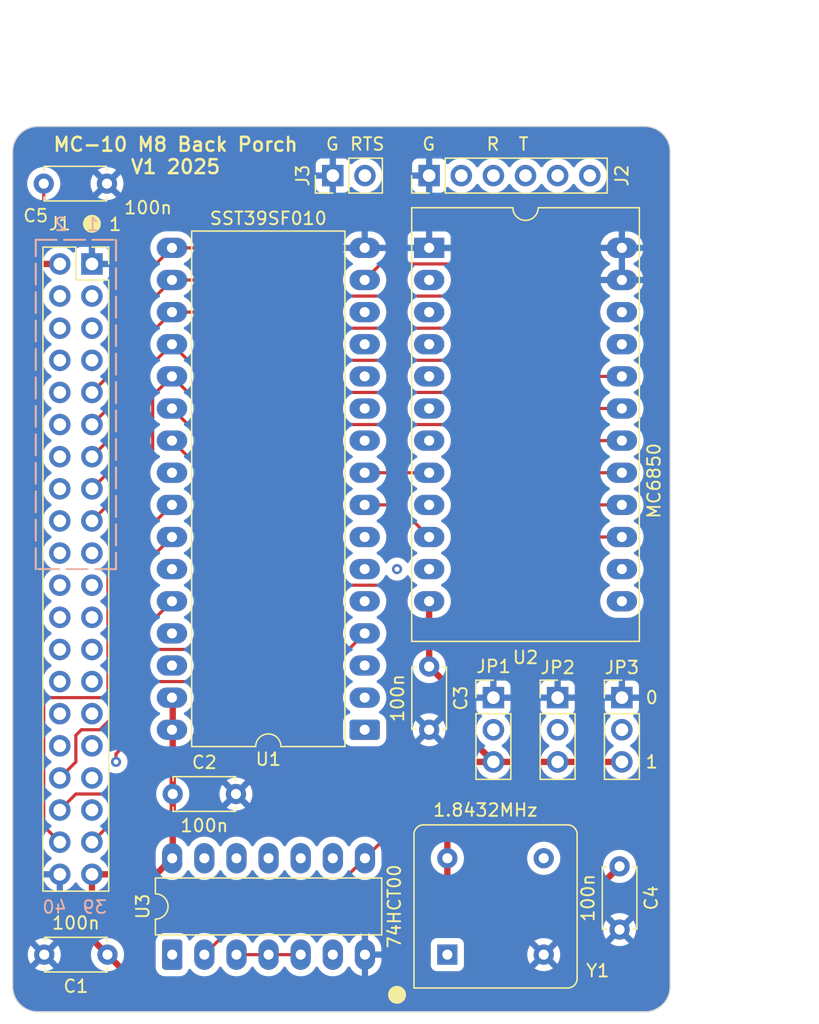
<source format=kicad_pcb>
(kicad_pcb (version 20241229) (generator "pcbnew") (generator_version "9.0")
  (title_block (title "MC-10 M8 back porch") (date "2025-09-07") (company "kw"))
  (layers (0 "F.Cu" signal) (4 "In1.Cu" signal) (6 "In2.Cu" signal) (2 "B.Cu" signal) (13 "F.Paste" user) (15 "B.Paste" user) (5 "F.SilkS" user "F.Silkscreen") (7 "B.SilkS" user "B.Silkscreen") (1 "F.Mask" user) (3 "B.Mask" user) (25 "Edge.Cuts" user))
  (net 0 "")
  (net 1 "GND")
  (net 2 "/A15")
  (net 3 "/A14")
  (net 4 "/A13")
  (net 5 "/A12")
  (net 6 "/A11")
  (net 7 "/A10")
  (net 8 "/A9")
  (net 9 "/A8")
  (net 10 "/A7")
  (net 11 "/A6")
  (net 12 "/A5")
  (net 13 "/A2")
  (net 14 "/A1")
  (net 15 "/A0")
  (net 16 "/D7")
  (net 17 "/D6")
  (net 18 "/D5")
  (net 19 "/D4")
  (net 20 "/D3")
  (net 21 "/D2")
  (net 22 "/D1")
  (net 23 "/D0")
  (net 24 "E")
  (net 25 "R{slash}W*")
  (net 26 "VCC")
  (net 27 "BSEL0*")
  (net 28 "IRQ*")
  (net 29 "DIS*")
  (net 35 "Net-(U1-CE)")
  (net 36 "Net-(U1-OE)")
  (net 37 "/RA14")
  (net 38 "Net-(U2-Rx_CLK)")
  (net 39 "/RA15")
  (net 40 "Net-(U3-Pad3)")
  (net 41 "/TXD")
  (net 42 "/RXD")
  (net 44 "/bus/BREQ")
  (net 45 "/bus/BA")
  (net 46 "/bus/Q")
  (net 47 "/bus/RES")
  (net 48 "/bus/NMI")
  (net 49 "/bus/HALT")
  (net 50 "/bus/MR")
  (net 51 "A3")
  (net 52 "A4")
  (net 53 "Net-(J3-Pin_2)")
  (net 54 "/RA16")
  (footprint "Oscillator:Oscillator_DIP-8" (layer "F.Cu") (at 109.38 130.48)
    (property "Reference" "Y1" (at 11.895 1.27 0) (layer "F.SilkS"))
    (property "Value" "1.8432MHz" (at 3.005 -11.43 0) (layer "F.SilkS"))
    (fp_line (start -2.64 -9.51) (end -2.64 2.64) (stroke (width 0.12)) (layer "F.SilkS"))
    (fp_line (start -2.64 2.64) (end 9.51 2.64) (stroke (width 0.12)) (layer "F.SilkS"))
    (fp_line (start 9.51 -10.26) (end -1.89 -10.26) (stroke (width 0.12)) (layer "F.SilkS"))
    (fp_line (start 10.26 1.89) (end 10.26 -9.51) (stroke (width 0.12)) (layer "F.SilkS"))
    (fp_arc (start -2.64 -9.51) (mid -2.42033 -10.04033) (end -1.89 -10.26) (stroke (width 0.12)) (layer "F.SilkS"))
    (fp_arc (start 9.51 -10.26) (mid 10.04033 -10.04033) (end 10.26 -9.51) (stroke (width 0.12)) (layer "F.SilkS"))
    (fp_arc (start 10.26 1.89) (mid 10.04033 2.42033) (end 9.51 2.64) (stroke (width 0.12)) (layer "F.SilkS"))
    (pad "1" thru_hole rect (at 0 0) (size 1.6 1.6) (drill 0.8) (layers "*.Cu" "*.Mask"))
    (pad "4" thru_hole circle (at 7.62 0) (size 1.6 1.6) (drill 0.8) (layers "*.Cu" "*.Mask") (net 1 "GND"))
    (pad "5" thru_hole circle (at 7.62 -7.62) (size 1.6 1.6) (drill 0.8) (layers "*.Cu" "*.Mask") (net 38 "Net-(U2-Rx_CLK)"))
    (pad "8" thru_hole circle (at 0 -7.62) (size 1.6 1.6) (drill 0.8) (layers "*.Cu" "*.Mask") (net 26 "VCC"))
  )
  (footprint "Connector_PinHeader_2.54mm:PinHeader_1x02_P2.54mm_Vertical" (layer "F.Cu") (at 100.32 68.885 90)
    (property "Reference" "J3" (at 0 -2.38 90) (layer "F.SilkS"))
    (property "Value" "Conn_01x02_Pin" (hide yes))
    (fp_line (start -1.38 -1.38) (end 0 -1.38) (stroke (width 0.12)) (layer "F.SilkS"))
    (fp_line (start -1.38 0) (end -1.38 -1.38) (stroke (width 0.12)) (layer "F.SilkS"))
    (fp_line (start 1.38 1.27) (end 1.38 3.92) (stroke (width 0.12)) (layer "F.SilkS"))
    (fp_line (start -1.38 1.27) (end 1.38 1.27) (stroke (width 0.12)) (layer "F.SilkS"))
    (fp_line (start -1.38 1.27) (end -1.38 3.92) (stroke (width 0.12)) (layer "F.SilkS"))
    (fp_line (start -1.38 3.92) (end 1.38 3.92) (stroke (width 0.12)) (layer "F.SilkS"))
    (pad "1" thru_hole rect (at 0 0 90) (size 1.7 1.7) (drill 1) (layers "*.Cu" "*.Mask") (net 1 "GND"))
    (pad "2" thru_hole circle (at 0 2.54 90) (size 1.7 1.7) (drill 1) (layers "*.Cu" "*.Mask") (net 53 "Net-(J3-Pin_2)"))
  )
  (footprint "Connector_PinHeader_2.54mm:PinHeader_1x03_P2.54mm_Vertical" (layer "F.Cu") (at 123.18 110.16)
    (property "Reference" "JP3" (at 0 -2.38 0) (layer "F.SilkS"))
    (property "Value" "Jumper_3_Bridged12" (hide yes))
    (fp_line (start -1.38 -1.38) (end 0 -1.38) (stroke (width 0.12)) (layer "F.SilkS"))
    (fp_line (start -1.38 0) (end -1.38 -1.38) (stroke (width 0.12)) (layer "F.SilkS"))
    (fp_line (start -1.38 1.27) (end -1.38 6.46) (stroke (width 0.12)) (layer "F.SilkS"))
    (fp_line (start -1.38 1.27) (end 1.38 1.27) (stroke (width 0.12)) (layer "F.SilkS"))
    (fp_line (start -1.38 6.46) (end 1.38 6.46) (stroke (width 0.12)) (layer "F.SilkS"))
    (fp_line (start 1.38 1.27) (end 1.38 6.46) (stroke (width 0.12)) (layer "F.SilkS"))
    (pad "1" thru_hole rect (at 0 0) (size 1.7 1.7) (drill 1) (layers "*.Cu" "*.Mask") (net 1 "GND"))
    (pad "2" thru_hole circle (at 0 2.54) (size 1.7 1.7) (drill 1) (layers "*.Cu" "*.Mask") (net 54 "/RA16"))
    (pad "3" thru_hole circle (at 0 5.08) (size 1.7 1.7) (drill 1) (layers "*.Cu" "*.Mask") (net 26 "VCC"))
  )
  (footprint "Capacitor_THT:C_Disc_D4.7mm_W2.5mm_P5.00mm" (layer "F.Cu") (at 82.5 130.48 180)
    (property "Reference" "C1" (at 2.5 -2.5 0) (layer "F.SilkS"))
    (property "Value" "100n" (at 2.5 2.5 0) (layer "F.SilkS"))
    (fp_line (start 4.97 1.37) (end 0.03 1.37) (stroke (width 0.12)) (layer "F.SilkS"))
    (fp_line (start 4.97 1.04) (end 4.97 1.37) (stroke (width 0.12)) (layer "F.SilkS"))
    (fp_line (start 4.97 -1.37) (end 4.97 -1.04) (stroke (width 0.12)) (layer "F.SilkS"))
    (fp_line (start 0.03 1.37) (end 0.03 1.04) (stroke (width 0.12)) (layer "F.SilkS"))
    (fp_line (start 0.03 -1.04) (end 0.03 -1.37) (stroke (width 0.12)) (layer "F.SilkS"))
    (fp_line (start 0.03 -1.37) (end 4.97 -1.37) (stroke (width 0.12)) (layer "F.SilkS"))
    (pad "1" thru_hole circle (at 0 0 180) (size 1.6 1.6) (drill 0.8) (layers "*.Cu" "*.Mask") (net 26 "VCC"))
    (pad "2" thru_hole circle (at 5 0 180) (size 1.6 1.6) (drill 0.8) (layers "*.Cu" "*.Mask") (net 1 "GND"))
  )
  (footprint "Package_DIP:DIP-32_W15.24mm_LongPads" (layer "F.Cu") (at 102.84 112.7 180)
    (property "Reference" "U1" (at 7.62 -2.33 0) (layer "F.SilkS"))
    (property "Value" "SST39SF010" (at 7.62 40.43 0) (layer "F.SilkS"))
    (fp_line (start 13.68 39.43) (end 13.68 -1.33) (stroke (width 0.12)) (layer "F.SilkS"))
    (fp_line (start 13.68 -1.33) (end 8.62 -1.33) (stroke (width 0.12)) (layer "F.SilkS"))
    (fp_line (start 6.62 -1.33) (end 1.56 -1.33) (stroke (width 0.12)) (layer "F.SilkS"))
    (fp_line (start 1.56 39.43) (end 13.68 39.43) (stroke (width 0.12)) (layer "F.SilkS"))
    (fp_line (start 1.56 -1.33) (end 1.56 39.43) (stroke (width 0.12)) (layer "F.SilkS"))
    (fp_arc (start 8.62 -1.33) (mid 7.62 -0.33) (end 6.62 -1.33) (stroke (width 0.12)) (layer "F.SilkS"))
    (pad "1" thru_hole roundrect (at 0 0 180) (size 2.4 1.6) (drill 0.8) (layers "*.Cu" "*.Mask") (roundrect_rratio 0.15625))
    (pad "2" thru_hole oval (at 0 2.54 180) (size 2.4 1.6) (drill 0.8) (layers "*.Cu" "*.Mask") (net 54 "/RA16"))
    (pad "3" thru_hole oval (at 0 5.08 180) (size 2.4 1.6) (drill 0.8) (layers "*.Cu" "*.Mask") (net 39 "/RA15"))
    (pad "4" thru_hole oval (at 0 7.62 180) (size 2.4 1.6) (drill 0.8) (layers "*.Cu" "*.Mask") (net 5 "/A12"))
    (pad "5" thru_hole oval (at 0 10.16 180) (size 2.4 1.6) (drill 0.8) (layers "*.Cu" "*.Mask") (net 10 "/A7"))
    (pad "6" thru_hole oval (at 0 12.7 180) (size 2.4 1.6) (drill 0.8) (layers "*.Cu" "*.Mask") (net 11 "/A6"))
    (pad "7" thru_hole oval (at 0 15.24 180) (size 2.4 1.6) (drill 0.8) (layers "*.Cu" "*.Mask") (net 12 "/A5"))
    (pad "8" thru_hole oval (at 0 17.78 180) (size 2.4 1.6) (drill 0.8) (layers "*.Cu" "*.Mask") (net 52 "A4"))
    (pad "9" thru_hole oval (at 0 20.32 180) (size 2.4 1.6) (drill 0.8) (layers "*.Cu" "*.Mask") (net 51 "A3"))
    (pad "10" thru_hole oval (at 0 22.86 180) (size 2.4 1.6) (drill 0.8) (layers "*.Cu" "*.Mask") (net 13 "/A2"))
    (pad "11" thru_hole oval (at 0 25.4 180) (size 2.4 1.6) (drill 0.8) (layers "*.Cu" "*.Mask") (net 14 "/A1"))
    (pad "12" thru_hole oval (at 0 27.94 180) (size 2.4 1.6) (drill 0.8) (layers "*.Cu" "*.Mask") (net 15 "/A0"))
    (pad "13" thru_hole oval (at 0 30.48 180) (size 2.4 1.6) (drill 0.8) (layers "*.Cu" "*.Mask") (net 23 "/D0"))
    (pad "14" thru_hole oval (at 0 33.02 180) (size 2.4 1.6) (drill 0.8) (layers "*.Cu" "*.Mask") (net 22 "/D1"))
    (pad "15" thru_hole oval (at 0 35.56 180) (size 2.4 1.6) (drill 0.8) (layers "*.Cu" "*.Mask") (net 21 "/D2"))
    (pad "16" thru_hole oval (at 0 38.1 180) (size 2.4 1.6) (drill 0.8) (layers "*.Cu" "*.Mask") (net 1 "GND"))
    (pad "17" thru_hole oval (at 15.24 38.1 180) (size 2.4 1.6) (drill 0.8) (layers "*.Cu" "*.Mask") (net 20 "/D3"))
    (pad "18" thru_hole oval (at 15.24 35.56 180) (size 2.4 1.6) (drill 0.8) (layers "*.Cu" "*.Mask") (net 19 "/D4"))
    (pad "19" thru_hole oval (at 15.24 33.02 180) (size 2.4 1.6) (drill 0.8) (layers "*.Cu" "*.Mask") (net 18 "/D5"))
    (pad "20" thru_hole oval (at 15.24 30.48 180) (size 2.4 1.6) (drill 0.8) (layers "*.Cu" "*.Mask") (net 17 "/D6"))
    (pad "21" thru_hole oval (at 15.24 27.94 180) (size 2.4 1.6) (drill 0.8) (layers "*.Cu" "*.Mask") (net 16 "/D7"))
    (pad "22" thru_hole oval (at 15.24 25.4 180) (size 2.4 1.6) (drill 0.8) (layers "*.Cu" "*.Mask") (net 35 "Net-(U1-CE)"))
    (pad "23" thru_hole oval (at 15.24 22.86 180) (size 2.4 1.6) (drill 0.8) (layers "*.Cu" "*.Mask") (net 7 "/A10"))
    (pad "24" thru_hole oval (at 15.24 20.32 180) (size 2.4 1.6) (drill 0.8) (layers "*.Cu" "*.Mask") (net 36 "Net-(U1-OE)"))
    (pad "25" thru_hole oval (at 15.24 17.78 180) (size 2.4 1.6) (drill 0.8) (layers "*.Cu" "*.Mask") (net 6 "/A11"))
    (pad "26" thru_hole oval (at 15.24 15.24 180) (size 2.4 1.6) (drill 0.8) (layers "*.Cu" "*.Mask") (net 8 "/A9"))
    (pad "27" thru_hole oval (at 15.24 12.7 180) (size 2.4 1.6) (drill 0.8) (layers "*.Cu" "*.Mask") (net 9 "/A8"))
    (pad "28" thru_hole oval (at 15.24 10.16 180) (size 2.4 1.6) (drill 0.8) (layers "*.Cu" "*.Mask") (net 4 "/A13"))
    (pad "29" thru_hole oval (at 15.24 7.62 180) (size 2.4 1.6) (drill 0.8) (layers "*.Cu" "*.Mask") (net 37 "/RA14"))
    (pad "30" thru_hole oval (at 15.24 5.08 180) (size 2.4 1.6) (drill 0.8) (layers "*.Cu" "*.Mask"))
    (pad "31" thru_hole oval (at 15.24 2.54 180) (size 2.4 1.6) (drill 0.8) (layers "*.Cu" "*.Mask") (net 26 "VCC"))
    (pad "32" thru_hole oval (at 15.24 0 180) (size 2.4 1.6) (drill 0.8) (layers "*.Cu" "*.Mask") (net 26 "VCC"))
  )
  (footprint "Connector_PinHeader_2.54mm:PinHeader_1x03_P2.54mm_Vertical" (layer "F.Cu") (at 118.1 110.16)
    (property "Reference" "JP2" (at 0 -2.38 0) (layer "F.SilkS"))
    (property "Value" "Jumper_3_Bridged12" (hide yes))
    (fp_line (start -1.38 -1.38) (end 0 -1.38) (stroke (width 0.12)) (layer "F.SilkS"))
    (fp_line (start -1.38 0) (end -1.38 -1.38) (stroke (width 0.12)) (layer "F.SilkS"))
    (fp_line (start -1.38 1.27) (end -1.38 6.46) (stroke (width 0.12)) (layer "F.SilkS"))
    (fp_line (start -1.38 1.27) (end 1.38 1.27) (stroke (width 0.12)) (layer "F.SilkS"))
    (fp_line (start -1.38 6.46) (end 1.38 6.46) (stroke (width 0.12)) (layer "F.SilkS"))
    (fp_line (start 1.38 1.27) (end 1.38 6.46) (stroke (width 0.12)) (layer "F.SilkS"))
    (pad "1" thru_hole rect (at 0 0) (size 1.7 1.7) (drill 1) (layers "*.Cu" "*.Mask") (net 1 "GND"))
    (pad "2" thru_hole circle (at 0 2.54) (size 1.7 1.7) (drill 1) (layers "*.Cu" "*.Mask") (net 39 "/RA15"))
    (pad "3" thru_hole circle (at 0 5.08) (size 1.7 1.7) (drill 1) (layers "*.Cu" "*.Mask") (net 26 "VCC"))
  )
  (footprint "Connector_PinSocket_2.54mm:PinSocket_2x20_P2.54mm_Vertical" (layer "F.Cu") (at 81.27 75.87)
    (property "Reference" "J1" (at -2.54 -3.175 0) (layer "F.SilkS"))
    (property "Value" "Conn_02x20_Odd_Even" (hide yes))
    (fp_line (start -3.87 -1.33) (end -3.87 49.59) (stroke (width 0.12)) (layer "F.SilkS"))
    (fp_line (start -3.87 -1.33) (end -1.27 -1.33) (stroke (width 0.12)) (layer "F.SilkS"))
    (fp_line (start -3.87 49.59) (end 1.33 49.59) (stroke (width 0.12)) (layer "F.SilkS"))
    (fp_line (start -1.27 -1.33) (end -1.27 1.27) (stroke (width 0.12)) (layer "F.SilkS"))
    (fp_line (start -1.27 1.27) (end 1.33 1.27) (stroke (width 0.12)) (layer "F.SilkS"))
    (fp_line (start 0 -1.33) (end 1.33 -1.33) (stroke (width 0.12)) (layer "F.SilkS"))
    (fp_line (start 1.33 -1.33) (end 1.33 0) (stroke (width 0.12)) (layer "F.SilkS"))
    (fp_line (start 1.33 1.27) (end 1.33 49.59) (stroke (width 0.12)) (layer "F.SilkS"))
    (pad "1" thru_hole rect (at 0 0) (size 1.7 1.7) (drill 1) (layers "*.Cu" "*.Mask") (net 1 "GND"))
    (pad "2" thru_hole oval (at -2.54 0) (size 1.7 1.7) (drill 1) (layers "*.Cu" "*.Mask") (net 26 "VCC"))
    (pad "3" thru_hole oval (at 0 2.54) (size 1.7 1.7) (drill 1) (layers "*.Cu" "*.Mask") (net 23 "/D0"))
    (pad "4" thru_hole oval (at -2.54 2.54) (size 1.7 1.7) (drill 1) (layers "*.Cu" "*.Mask") (net 15 "/A0"))
    (pad "5" thru_hole oval (at 0 5.08) (size 1.7 1.7) (drill 1) (layers "*.Cu" "*.Mask") (net 22 "/D1"))
    (pad "6" thru_hole oval (at -2.54 5.08) (size 1.7 1.7) (drill 1) (layers "*.Cu" "*.Mask") (net 14 "/A1"))
    (pad "7" thru_hole oval (at 0 7.62) (size 1.7 1.7) (drill 1) (layers "*.Cu" "*.Mask") (net 21 "/D2"))
    (pad "8" thru_hole oval (at -2.54 7.62) (size 1.7 1.7) (drill 1) (layers "*.Cu" "*.Mask") (net 13 "/A2"))
    (pad "9" thru_hole oval (at 0 10.16) (size 1.7 1.7) (drill 1) (layers "*.Cu" "*.Mask") (net 20 "/D3"))
    (pad "10" thru_hole oval (at -2.54 10.16) (size 1.7 1.7) (drill 1) (layers "*.Cu" "*.Mask") (net 51 "A3"))
    (pad "11" thru_hole oval (at 0 12.7) (size 1.7 1.7) (drill 1) (layers "*.Cu" "*.Mask") (net 19 "/D4"))
    (pad "12" thru_hole oval (at -2.54 12.7) (size 1.7 1.7) (drill 1) (layers "*.Cu" "*.Mask") (net 52 "A4"))
    (pad "13" thru_hole oval (at 0 15.24) (size 1.7 1.7) (drill 1) (layers "*.Cu" "*.Mask") (net 18 "/D5"))
    (pad "14" thru_hole oval (at -2.54 15.24) (size 1.7 1.7) (drill 1) (layers "*.Cu" "*.Mask") (net 24 "E"))
    (pad "15" thru_hole oval (at 0 17.78) (size 1.7 1.7) (drill 1) (layers "*.Cu" "*.Mask") (net 17 "/D6"))
    (pad "16" thru_hole oval (at -2.54 17.78) (size 1.7 1.7) (drill 1) (layers "*.Cu" "*.Mask") (net 25 "R{slash}W*"))
    (pad "17" thru_hole oval (at 0 20.32) (size 1.7 1.7) (drill 1) (layers "*.Cu" "*.Mask") (net 16 "/D7"))
    (pad "18" thru_hole oval (at -2.54 20.32) (size 1.7 1.7) (drill 1) (layers "*.Cu" "*.Mask") (net 47 "/bus/RES"))
    (pad "19" thru_hole oval (at 0 22.86) (size 1.7 1.7) (drill 1) (layers "*.Cu" "*.Mask") (net 27 "BSEL0*"))
    (pad "20" thru_hole oval (at -2.54 22.86) (size 1.7 1.7) (drill 1) (layers "*.Cu" "*.Mask") (net 28 "IRQ*"))
    (pad "21" thru_hole oval (at 0 25.4) (size 1.7 1.7) (drill 1) (layers "*.Cu" "*.Mask") (net 29 "DIS*"))
    (pad "22" thru_hole oval (at -2.54 25.4) (size 1.7 1.7) (drill 1) (layers "*.Cu" "*.Mask") (net 48 "/bus/NMI"))
    (pad "23" thru_hole oval (at 0 27.94) (size 1.7 1.7) (drill 1) (layers "*.Cu" "*.Mask") (net 44 "/bus/BREQ"))
    (pad "24" thru_hole oval (at -2.54 27.94) (size 1.7 1.7) (drill 1) (layers "*.Cu" "*.Mask") (net 45 "/bus/BA"))
    (pad "25" thru_hole oval (at 0 30.48) (size 1.7 1.7) (drill 1) (layers "*.Cu" "*.Mask") (net 49 "/bus/HALT"))
    (pad "26" thru_hole oval (at -2.54 30.48) (size 1.7 1.7) (drill 1) (layers "*.Cu" "*.Mask") (net 12 "/A5"))
    (pad "27" thru_hole oval (at 0 33.02) (size 1.7 1.7) (drill 1) (layers "*.Cu" "*.Mask") (net 50 "/bus/MR"))
    (pad "28" thru_hole oval (at -2.54 33.02) (size 1.7 1.7) (drill 1) (layers "*.Cu" "*.Mask") (net 11 "/A6"))
    (pad "29" thru_hole oval (at 0 35.56) (size 1.7 1.7) (drill 1) (layers "*.Cu" "*.Mask") (net 46 "/bus/Q"))
    (pad "30" thru_hole oval (at -2.54 35.56) (size 1.7 1.7) (drill 1) (layers "*.Cu" "*.Mask") (net 10 "/A7"))
    (pad "31" thru_hole oval (at 0 38.1) (size 1.7 1.7) (drill 1) (layers "*.Cu" "*.Mask") (net 2 "/A15"))
    (pad "32" thru_hole oval (at -2.54 38.1) (size 1.7 1.7) (drill 1) (layers "*.Cu" "*.Mask") (net 9 "/A8"))
    (pad "33" thru_hole oval (at 0 40.64) (size 1.7 1.7) (drill 1) (layers "*.Cu" "*.Mask") (net 3 "/A14"))
    (pad "34" thru_hole oval (at -2.54 40.64) (size 1.7 1.7) (drill 1) (layers "*.Cu" "*.Mask") (net 8 "/A9"))
    (pad "35" thru_hole oval (at 0 43.18) (size 1.7 1.7) (drill 1) (layers "*.Cu" "*.Mask") (net 4 "/A13"))
    (pad "36" thru_hole oval (at -2.54 43.18) (size 1.7 1.7) (drill 1) (layers "*.Cu" "*.Mask") (net 7 "/A10"))
    (pad "37" thru_hole oval (at 0 45.72) (size 1.7 1.7) (drill 1) (layers "*.Cu" "*.Mask") (net 5 "/A12"))
    (pad "38" thru_hole oval (at -2.54 45.72) (size 1.7 1.7) (drill 1) (layers "*.Cu" "*.Mask") (net 6 "/A11"))
    (pad "39" thru_hole oval (at 0 48.26) (size 1.7 1.7) (drill 1) (layers "*.Cu" "*.Mask") (net 26 "VCC"))
    (pad "40" thru_hole oval (at -2.54 48.26) (size 1.7 1.7) (drill 1) (layers "*.Cu" "*.Mask") (net 1 "GND"))
  )
  (footprint "Connector_PinHeader_2.54mm:PinHeader_1x03_P2.54mm_Vertical" (layer "F.Cu") (at 113.02 110.16)
    (property "Reference" "JP1" (at 0.01 -2.464 0) (layer "F.SilkS"))
    (property "Value" "Jumper_3_Bridged12" (hide yes))
    (fp_line (start -1.38 -1.38) (end 0 -1.38) (stroke (width 0.12)) (layer "F.SilkS"))
    (fp_line (start -1.38 0) (end -1.38 -1.38) (stroke (width 0.12)) (layer "F.SilkS"))
    (fp_line (start -1.38 1.27) (end -1.38 6.46) (stroke (width 0.12)) (layer "F.SilkS"))
    (fp_line (start -1.38 1.27) (end 1.38 1.27) (stroke (width 0.12)) (layer "F.SilkS"))
    (fp_line (start -1.38 6.46) (end 1.38 6.46) (stroke (width 0.12)) (layer "F.SilkS"))
    (fp_line (start 1.38 1.27) (end 1.38 6.46) (stroke (width 0.12)) (layer "F.SilkS"))
    (pad "1" thru_hole rect (at 0 0) (size 1.7 1.7) (drill 1) (layers "*.Cu" "*.Mask") (net 1 "GND"))
    (pad "2" thru_hole circle (at 0 2.54) (size 1.7 1.7) (drill 1) (layers "*.Cu" "*.Mask") (net 37 "/RA14"))
    (pad "3" thru_hole circle (at 0 5.08) (size 1.7 1.7) (drill 1) (layers "*.Cu" "*.Mask") (net 26 "VCC"))
  )
  (footprint "Package_DIP:DIP-14_W7.62mm_LongPads" (layer "F.Cu") (at 87.62 130.48 90)
    (property "Reference" "U3" (at 3.81 -2.33 90) (layer "F.SilkS"))
    (property "Value" "74HCT00" (at 3.81 17.57 90) (layer "F.SilkS"))
    (fp_line (start 6.06 -1.33) (end 4.81 -1.33) (stroke (width 0.12)) (layer "F.SilkS"))
    (fp_line (start 2.81 -1.33) (end 1.56 -1.33) (stroke (width 0.12)) (layer "F.SilkS"))
    (fp_line (start 1.56 -1.33) (end 1.56 16.57) (stroke (width 0.12)) (layer "F.SilkS"))
    (fp_line (start 6.06 16.57) (end 6.06 -1.33) (stroke (width 0.12)) (layer "F.SilkS"))
    (fp_line (start 1.56 16.57) (end 6.06 16.57) (stroke (width 0.12)) (layer "F.SilkS"))
    (fp_arc (start 4.81 -1.33) (mid 3.81 -0.33) (end 2.81 -1.33) (stroke (width 0.12)) (layer "F.SilkS"))
    (pad "1" thru_hole roundrect (at 0 0 90) (size 2.4 1.6) (drill 0.8) (layers "*.Cu" "*.Mask") (roundrect_rratio 0.15625) (net 27 "BSEL0*"))
    (pad "2" thru_hole oval (at 0 2.54 90) (size 2.4 1.6) (drill 0.8) (layers "*.Cu" "*.Mask") (net 35 "Net-(U1-CE)"))
    (pad "3" thru_hole oval (at 0 5.08 90) (size 2.4 1.6) (drill 0.8) (layers "*.Cu" "*.Mask") (net 40 "Net-(U3-Pad3)"))
    (pad "4" thru_hole oval (at 0 7.62 90) (size 2.4 1.6) (drill 0.8) (layers "*.Cu" "*.Mask") (net 40 "Net-(U3-Pad3)"))
    (pad "5" thru_hole oval (at 0 10.16 90) (size 2.4 1.6) (drill 0.8) (layers "*.Cu" "*.Mask") (net 40 "Net-(U3-Pad3)"))
    (pad "6" thru_hole oval (at 0 12.7 90) (size 2.4 1.6) (drill 0.8) (layers "*.Cu" "*.Mask") (net 29 "DIS*"))
    (pad "7" thru_hole oval (at 0 15.24 90) (size 2.4 1.6) (drill 0.8) (layers "*.Cu" "*.Mask") (net 1 "GND"))
    (pad "8" thru_hole oval (at 7.62 15.24 90) (size 2.4 1.6) (drill 0.8) (layers "*.Cu" "*.Mask") (net 35 "Net-(U1-CE)"))
    (pad "9" thru_hole oval (at 7.62 12.7 90) (size 2.4 1.6) (drill 0.8) (layers "*.Cu" "*.Mask") (net 3 "/A14"))
    (pad "10" thru_hole oval (at 7.62 10.16 90) (size 2.4 1.6) (drill 0.8) (layers "*.Cu" "*.Mask") (net 2 "/A15"))
    (pad "11" thru_hole oval (at 7.62 7.62 90) (size 2.4 1.6) (drill 0.8) (layers "*.Cu" "*.Mask") (net 36 "Net-(U1-OE)"))
    (pad "12" thru_hole oval (at 7.62 5.08 90) (size 2.4 1.6) (drill 0.8) (layers "*.Cu" "*.Mask") (net 25 "R{slash}W*"))
    (pad "13" thru_hole oval (at 7.62 2.54 90) (size 2.4 1.6) (drill 0.8) (layers "*.Cu" "*.Mask") (net 24 "E"))
    (pad "14" thru_hole oval (at 7.62 0 90) (size 2.4 1.6) (drill 0.8) (layers "*.Cu" "*.Mask") (net 26 "VCC"))
  )
  (footprint "Capacitor_THT:C_Disc_D4.7mm_W2.5mm_P5.00mm" (layer "F.Cu") (at 123 123.5 -90)
    (property "Reference" "C4" (at 2.5 -2.5 90) (layer "F.SilkS"))
    (property "Value" "100n" (at 2.5 2.5 90) (layer "F.SilkS"))
    (fp_line (start 0.03 1.37) (end 0.03 1.04) (stroke (width 0.12)) (layer "F.SilkS"))
    (fp_line (start 4.97 1.37) (end 0.03 1.37) (stroke (width 0.12)) (layer "F.SilkS"))
    (fp_line (start 4.97 1.04) (end 4.97 1.37) (stroke (width 0.12)) (layer "F.SilkS"))
    (fp_line (start 0.03 -1.04) (end 0.03 -1.37) (stroke (width 0.12)) (layer "F.SilkS"))
    (fp_line (start 0.03 -1.37) (end 4.97 -1.37) (stroke (width 0.12)) (layer "F.SilkS"))
    (fp_line (start 4.97 -1.37) (end 4.97 -1.04) (stroke (width 0.12)) (layer "F.SilkS"))
    (pad "1" thru_hole circle (at 0 0 270) (size 1.6 1.6) (drill 0.8) (layers "*.Cu" "*.Mask") (net 26 "VCC"))
    (pad "2" thru_hole circle (at 5 0 270) (size 1.6 1.6) (drill 0.8) (layers "*.Cu" "*.Mask") (net 1 "GND"))
  )
  (footprint "Capacitor_THT:C_Disc_D4.7mm_W2.5mm_P5.00mm" (layer "F.Cu") (at 77.46 69.52)
    (property "Reference" "C5" (at -0.635 2.54 0) (layer "F.SilkS"))
    (property "Value" "100n" (at 8.255 1.905 0) (layer "F.SilkS"))
    (fp_line (start 0.03 -1.37) (end 4.97 -1.37) (stroke (width 0.12)) (layer "F.SilkS"))
    (fp_line (start 0.03 -1.04) (end 0.03 -1.37) (stroke (width 0.12)) (layer "F.SilkS"))
    (fp_line (start 0.03 1.37) (end 0.03 1.04) (stroke (width 0.12)) (layer "F.SilkS"))
    (fp_line (start 4.97 -1.37) (end 4.97 -1.04) (stroke (width 0.12)) (layer "F.SilkS"))
    (fp_line (start 4.97 1.04) (end 4.97 1.37) (stroke (width 0.12)) (layer "F.SilkS"))
    (fp_line (start 4.97 1.37) (end 0.03 1.37) (stroke (width 0.12)) (layer "F.SilkS"))
    (pad "1" thru_hole circle (at 0 0) (size 1.6 1.6) (drill 0.8) (layers "*.Cu" "*.Mask") (net 26 "VCC"))
    (pad "2" thru_hole circle (at 5 0) (size 1.6 1.6) (drill 0.8) (layers "*.Cu" "*.Mask") (net 1 "GND"))
  )
  (footprint "Capacitor_THT:C_Disc_D4.7mm_W2.5mm_P5.00mm" (layer "F.Cu") (at 107.94 107.7 -90)
    (property "Reference" "C3" (at 2.5 -2.5 90) (layer "F.SilkS"))
    (property "Value" "100n" (at 2.5 2.5 90) (layer "F.SilkS"))
    (fp_line (start 0.03 1.37) (end 0.03 1.04) (stroke (width 0.12)) (layer "F.SilkS"))
    (fp_line (start 4.97 1.37) (end 0.03 1.37) (stroke (width 0.12)) (layer "F.SilkS"))
    (fp_line (start 4.97 1.04) (end 4.97 1.37) (stroke (width 0.12)) (layer "F.SilkS"))
    (fp_line (start 0.03 -1.04) (end 0.03 -1.37) (stroke (width 0.12)) (layer "F.SilkS"))
    (fp_line (start 0.03 -1.37) (end 4.97 -1.37) (stroke (width 0.12)) (layer "F.SilkS"))
    (fp_line (start 4.97 -1.37) (end 4.97 -1.04) (stroke (width 0.12)) (layer "F.SilkS"))
    (pad "1" thru_hole circle (at 0 0 270) (size 1.6 1.6) (drill 0.8) (layers "*.Cu" "*.Mask") (net 26 "VCC"))
    (pad "2" thru_hole circle (at 5 0 270) (size 1.6 1.6) (drill 0.8) (layers "*.Cu" "*.Mask") (net 1 "GND"))
  )
  (footprint "Capacitor_THT:C_Disc_D4.7mm_W2.5mm_P5.00mm" (layer "F.Cu") (at 87.66 117.78)
    (property "Reference" "C2" (at 2.5 -2.5 0) (layer "F.SilkS"))
    (property "Value" "100n" (at 2.5 2.5 0) (layer "F.SilkS"))
    (fp_line (start 0.03 -1.37) (end 4.97 -1.37) (stroke (width 0.12)) (layer "F.SilkS"))
    (fp_line (start 0.03 -1.04) (end 0.03 -1.37) (stroke (width 0.12)) (layer "F.SilkS"))
    (fp_line (start 0.03 1.37) (end 0.03 1.04) (stroke (width 0.12)) (layer "F.SilkS"))
    (fp_line (start 4.97 -1.37) (end 4.97 -1.04) (stroke (width 0.12)) (layer "F.SilkS"))
    (fp_line (start 4.97 1.04) (end 4.97 1.37) (stroke (width 0.12)) (layer "F.SilkS"))
    (fp_line (start 4.97 1.37) (end 0.03 1.37) (stroke (width 0.12)) (layer "F.SilkS"))
    (pad "1" thru_hole circle (at 0 0) (size 1.6 1.6) (drill 0.8) (layers "*.Cu" "*.Mask") (net 26 "VCC"))
    (pad "2" thru_hole circle (at 5 0) (size 1.6 1.6) (drill 0.8) (layers "*.Cu" "*.Mask") (net 1 "GND"))
  )
  (footprint "Package_DIP:DIP-24_18.0mmx34.29mm_W15.24mm_LongPads" (layer "F.Cu") (at 107.94 74.6)
    (property "Reference" "U2" (at 7.62 32.385 0) (layer "F.SilkS"))
    (property "Value" "MC6850" (at 17.78 18.415 90) (layer "F.SilkS"))
    (fp_line (start -1.38 -3.175) (end -1.38 31.115) (stroke (width 0.12)) (layer "F.SilkS"))
    (fp_line (start -1.38 31.115) (end 16.62 31.115) (stroke (width 0.12)) (layer "F.SilkS"))
    (fp_line (start 6.62 -3.175) (end -1.38 -3.175) (stroke (width 0.12)) (layer "F.SilkS"))
    (fp_line (start 16.62 -3.175) (end 8.62 -3.175) (stroke (width 0.12)) (layer "F.SilkS"))
    (fp_line (start 16.62 31.115) (end 16.62 -3.175) (stroke (width 0.12)) (layer "F.SilkS"))
    (fp_arc (start 8.62 -3.175) (mid 7.62 -2.175) (end 6.62 -3.175) (stroke (width 0.12)) (layer "F.SilkS"))
    (pad "1" thru_hole rect (at 0 0) (size 2.4 1.6) (drill 0.8) (layers "*.Cu" "*.Mask") (net 1 "GND"))
    (pad "2" thru_hole oval (at 0 2.54) (size 2.4 1.6) (drill 0.8) (layers "*.Cu" "*.Mask") (net 42 "/RXD"))
    (pad "3" thru_hole oval (at 0 5.08) (size 2.4 1.6) (drill 0.8) (layers "*.Cu" "*.Mask") (net 38 "Net-(U2-Rx_CLK)"))
    (pad "4" thru_hole oval (at 0 7.62) (size 2.4 1.6) (drill 0.8) (layers "*.Cu" "*.Mask") (net 38 "Net-(U2-Rx_CLK)"))
    (pad "5" thru_hole oval (at 0 10.16) (size 2.4 1.6) (drill 0.8) (layers "*.Cu" "*.Mask") (net 53 "Net-(J3-Pin_2)"))
    (pad "6" thru_hole oval (at 0 12.7) (size 2.4 1.6) (drill 0.8) (layers "*.Cu" "*.Mask") (net 41 "/TXD"))
    (pad "7" thru_hole oval (at 0 15.24) (size 2.4 1.6) (drill 0.8) (layers "*.Cu" "*.Mask") (net 28 "IRQ*"))
    (pad "8" thru_hole oval (at 0 17.78) (size 2.4 1.6) (drill 0.8) (layers "*.Cu" "*.Mask") (net 51 "A3"))
    (pad "9" thru_hole oval (at 0 20.32) (size 2.4 1.6) (drill 0.8) (layers "*.Cu" "*.Mask") (net 27 "BSEL0*"))
    (pad "10" thru_hole oval (at 0 22.86) (size 2.4 1.6) (drill 0.8) (layers "*.Cu" "*.Mask") (net 52 "A4"))
    (pad "11" thru_hole oval (at 0 25.4) (size 2.4 1.6) (drill 0.8) (layers "*.Cu" "*.Mask") (net 15 "/A0"))
    (pad "12" thru_hole oval (at 0 27.94) (size 2.4 1.6) (drill 0.8) (layers "*.Cu" "*.Mask") (net 26 "VCC"))
    (pad "13" thru_hole oval (at 15.24 27.94) (size 2.4 1.6) (drill 0.8) (layers "*.Cu" "*.Mask") (net 25 "R{slash}W*"))
    (pad "14" thru_hole oval (at 15.24 25.4) (size 2.4 1.6) (drill 0.8) (layers "*.Cu" "*.Mask") (net 24 "E"))
    (pad "15" thru_hole oval (at 15.24 22.86) (size 2.4 1.6) (drill 0.8) (layers "*.Cu" "*.Mask") (net 16 "/D7"))
    (pad "16" thru_hole oval (at 15.24 20.32) (size 2.4 1.6) (drill 0.8) (layers "*.Cu" "*.Mask") (net 17 "/D6"))
    (pad "17" thru_hole oval (at 15.24 17.78) (size 2.4 1.6) (drill 0.8) (layers "*.Cu" "*.Mask") (net 18 "/D5"))
    (pad "18" thru_hole oval (at 15.24 15.24) (size 2.4 1.6) (drill 0.8) (layers "*.Cu" "*.Mask") (net 19 "/D4"))
    (pad "19" thru_hole oval (at 15.24 12.7) (size 2.4 1.6) (drill 0.8) (layers "*.Cu" "*.Mask") (net 20 "/D3"))
    (pad "20" thru_hole oval (at 15.24 10.16) (size 2.4 1.6) (drill 0.8) (layers "*.Cu" "*.Mask") (net 21 "/D2"))
    (pad "21" thru_hole oval (at 15.24 7.62) (size 2.4 1.6) (drill 0.8) (layers "*.Cu" "*.Mask") (net 22 "/D1"))
    (pad "22" thru_hole oval (at 15.24 5.08) (size 2.4 1.6) (drill 0.8) (layers "*.Cu" "*.Mask") (net 23 "/D0"))
    (pad "23" thru_hole oval (at 15.24 2.54) (size 2.4 1.6) (drill 0.8) (layers "*.Cu" "*.Mask") (net 1 "GND"))
    (pad "24" thru_hole oval (at 15.24 0) (size 2.4 1.6) (drill 0.8) (layers "*.Cu" "*.Mask") (net 1 "GND"))
  )
  (footprint "Connector_PinHeader_2.54mm:PinHeader_1x06_P2.54mm_Vertical" (layer "F.Cu") (at 107.94 68.885 90)
    (property "Reference" "J2" (at 0 15.24 90) (layer "F.SilkS"))
    (property "Value" "Conn_01x06_Pin" (hide yes))
    (fp_line (start -1.38 -1.38) (end 0 -1.38) (stroke (width 0.12)) (layer "F.SilkS"))
    (fp_line (start -1.38 0) (end -1.38 -1.38) (stroke (width 0.12)) (layer "F.SilkS"))
    (fp_line (start 1.38 1.27) (end 1.38 14.08) (stroke (width 0.12)) (layer "F.SilkS"))
    (fp_line (start -1.38 1.27) (end 1.38 1.27) (stroke (width 0.12)) (layer "F.SilkS"))
    (fp_line (start -1.38 1.27) (end -1.38 14.08) (stroke (width 0.12)) (layer "F.SilkS"))
    (fp_line (start -1.38 14.08) (end 1.38 14.08) (stroke (width 0.12)) (layer "F.SilkS"))
    (pad "1" thru_hole rect (at 0 0 90) (size 1.7 1.7) (drill 1) (layers "*.Cu" "*.Mask") (net 1 "GND"))
    (pad "2" thru_hole circle (at 0 2.54 90) (size 1.7 1.7) (drill 1) (layers "*.Cu" "*.Mask"))
    (pad "3" thru_hole circle (at 0 5.08 90) (size 1.7 1.7) (drill 1) (layers "*.Cu" "*.Mask") (net 42 "/RXD"))
    (pad "4" thru_hole circle (at 0 7.62 90) (size 1.7 1.7) (drill 1) (layers "*.Cu" "*.Mask") (net 41 "/TXD"))
    (pad "5" thru_hole circle (at 0 10.16 90) (size 1.7 1.7) (drill 1) (layers "*.Cu" "*.Mask"))
    (pad "6" thru_hole circle (at 0 12.7 90) (size 1.7 1.7) (drill 1) (layers "*.Cu" "*.Mask"))
  )
  (gr_circle (center 105.4 133.655) (end 106.035 133.655) (stroke (width 0.15)) (fill yes) (layer "F.SilkS"))
  (gr_circle (center 81.27 72.695) (end 81.905 72.695) (stroke (width 0.15)) (fill yes) (layer "F.SilkS"))
  (gr_rect (start 76.825 73.965) (end 83.175 100) (stroke (width 0.15) (type dash)) (fill no) (layer "F.SilkS"))
  (gr_rect (start 76.825 73.965) (end 83.175 100) (stroke (width 0.15) (type dash)) (fill no) (layer "B.SilkS"))
  (gr_arc (start 75 67) (mid 75.585786 65.585786) (end 77 65) (stroke (width 0.1)) (layer "Edge.Cuts"))
  (gr_line (start 127 67) (end 127 133) (stroke (width 0.1)) (layer "Edge.Cuts"))
  (gr_line (start 77 135) (end 125 135) (stroke (width 0.1)) (layer "Edge.Cuts"))
  (gr_arc (start 127 133) (mid 126.414214 134.414214) (end 125 135) (stroke (width 0.1)) (layer "Edge.Cuts"))
  (gr_line (start 77 65) (end 125 65) (stroke (width 0.1)) (layer "Edge.Cuts"))
  (gr_arc (start 77 135) (mid 75.585786 134.414214) (end 75 133) (stroke (width 0.1)) (layer "Edge.Cuts"))
  (gr_line (start 75 133) (end 75 67) (stroke (width 0.1)) (layer "Edge.Cuts"))
  (gr_arc (start 125 65) (mid 126.414214 65.585786) (end 127 67) (stroke (width 0.1)) (layer "Edge.Cuts"))
  (gr_text "1" (at 124.968 115.824 0) (layer "F.SilkS") (effects (font (size 1 1)) (justify left bottom)))
  (gr_text "0" (at 124.968 110.744 0) (layer "F.SilkS") (effects (font (size 1 1)) (justify left bottom)))
  (gr_text "RTS" (at 101.59 66.98 0) (layer "F.SilkS") (effects (font (size 1 1)) (justify left bottom)))
  (gr_text "R" (at 112.385 66.98 0) (layer "F.SilkS") (effects (font (size 1 1)) (justify left bottom)))
  (gr_text "MC-10 M8 Back Porch\nV1 2025" (at 87.884 68.834 0) (layer "F.SilkS") (effects (font (size 1.1 1.1) (thickness 0.2)) (justify bottom)))
  (gr_text "G" (at 107.305 66.98 0) (layer "F.SilkS") (effects (font (size 1 1)) (justify left bottom)))
  (gr_text "1" (at 82.54 73.33 0) (layer "F.SilkS") (effects (font (size 1 1)) (justify left bottom)))
  (gr_text "T" (at 114.925 66.98 0) (layer "F.SilkS") (effects (font (size 1 1)) (justify left bottom)))
  (gr_text "G" (at 99.685 66.98 0) (layer "F.SilkS") (effects (font (size 1 1)) (justify left bottom)))
  (gr_text "1" (at 81.905 73.33 0) (layer "B.SilkS") (effects (font (size 1 1)) (justify left bottom mirror)))
  (gr_text "40" (at 79.365 127.305 0) (layer "B.SilkS") (effects (font (size 1 1)) (justify left bottom mirror)))
  (gr_text "39" (at 82.54 127.305 0) (layer "B.SilkS") (effects (font (size 1 1)) (justify left bottom mirror)))
  (gr_text "2" (at 79.365 73.33 0) (layer "B.SilkS") (effects (font (size 1 1)) (justify left bottom mirror)))
  (segment (start 84.445 113.335) (end 84.445 105.695) (width 0.25) (layer "F.Cu") (net 4))
  (segment (start 83.175 114.605) (end 84.445 113.335) (width 0.25) (layer "F.Cu") (net 4))
  (segment (start 84.445 105.695) (end 87.6 102.54) (width 0.25) (layer "F.Cu") (net 4))
  (segment (start 83.175 115.24) (end 83.175 114.605) (width 0.25) (layer "F.Cu") (net 4))
  (via (at 83.175 115.24) (size 0.8) (drill 0.4) (layers "F.Cu" "B.Cu") (net 4))
  (segment (start 86.296298 108.89) (end 99.03 108.89) (width 0.25) (layer "F.Cu") (net 5))
  (segment (start 85.715 109.471298) (end 86.296298 108.89) (width 0.25) (layer "F.Cu") (net 5))
  (segment (start 85.715 117.145) (end 85.715 109.471298) (width 0.25) (layer "F.Cu") (net 5))
  (segment (start 99.03 108.89) (end 102.84 105.08) (width 0.25) (layer "F.Cu") (net 5))
  (segment (start 81.27 121.59) (end 85.715 117.145) (width 0.25) (layer "F.Cu") (net 5))
  (segment (start 87.6 94.92) (end 82.54 99.98) (width 0.25) (layer "F.Cu") (net 6))
  (segment (start 77.46 110.598442) (end 77.46 120.32) (width 0.25) (layer "F.Cu") (net 6))
  (segment (start 82.54 109.721558) (end 82.101558 110.16) (width 0.25) (layer "F.Cu") (net 6))
  (segment (start 77.898442 110.16) (end 77.46 110.598442) (width 0.25) (layer "F.Cu") (net 6))
  (segment (start 82.101558 110.16) (end 77.898442 110.16) (width 0.25) (layer "F.Cu") (net 6))
  (segment (start 77.46 120.32) (end 78.73 121.59) (width 0.25) (layer "F.Cu") (net 6))
  (segment (start 82.54 99.98) (end 82.54 109.721558) (width 0.25) (layer "F.Cu") (net 6))
  (segment (start 88.923702 106.35) (end 90.16 105.113702) (width 0.25) (layer "F.Cu") (net 7))
  (segment (start 86.35 106.35) (end 88.923702 106.35) (width 0.25) (layer "F.Cu") (net 7))
  (segment (start 90.16 105.113702) (end 90.16 92.4) (width 0.25) (layer "F.Cu") (net 7))
  (segment (start 78.73 119.05) (end 80 117.78) (width 0.25) (layer "F.Cu") (net 7))
  (segment (start 80 117.78) (end 82.54 117.78) (width 0.25) (layer "F.Cu") (net 7))
  (segment (start 85.08 107.62) (end 86.35 106.35) (width 0.25) (layer "F.Cu") (net 7))
  (segment (start 82.54 117.78) (end 85.08 115.24) (width 0.25) (layer "F.Cu") (net 7))
  (segment (start 85.08 115.24) (end 85.08 107.62) (width 0.25) (layer "F.Cu") (net 7))
  (segment (start 90.16 92.4) (end 87.6 89.84) (width 0.25) (layer "F.Cu") (net 7))
  (segment (start 80.438442 112.7) (end 81.905 112.7) (width 0.25) (layer "F.Cu") (net 8))
  (segment (start 83.81 101.25) (end 87.6 97.46) (width 0.25) (layer "F.Cu") (net 8))
  (segment (start 81.905 112.7) (end 83.81 110.795) (width 0.25) (layer "F.Cu") (net 8))
  (segment (start 80 113.138442) (end 80.438442 112.7) (width 0.25) (layer "F.Cu") (net 8))
  (segment (start 78.73 116.51) (end 80 115.24) (width 0.25) (layer "F.Cu") (net 8))
  (segment (start 80 115.24) (end 80 113.138442) (width 0.25) (layer "F.Cu") (net 8))
  (segment (start 83.81 110.795) (end 83.81 101.25) (width 0.25) (layer "F.Cu") (net 8))
  (segment (start 91.41 88.57) (end 87.6 84.76) (width 0.25) (layer "F.Cu") (net 16))
  (segment (start 123.18 97.46) (end 119.590097 97.46) (width 0.25) (layer "F.Cu") (net 16))
  (segment (start 81.27 96.19) (end 86.074 91.386) (width 0.25) (layer "F.Cu") (net 16))
  (segment (start 110.700097 88.57) (end 91.41 88.57) (width 0.25) (layer "F.Cu") (net 16))
  (segment (start 86.074 86.286) (end 87.6 84.76) (width 0.25) (layer "F.Cu") (net 16))
  (segment (start 119.590097 97.46) (end 110.700097 88.57) (width 0.25) (layer "F.Cu") (net 16))
  (segment (start 86.074 91.386) (end 86.074 86.286) (width 0.25) (layer "F.Cu") (net 16))
  (segment (start 85.623 84.197) (end 87.6 82.22) (width 0.25) (layer "F.Cu") (net 17))
  (segment (start 119.37 94.92) (end 123.18 94.92) (width 0.25) (layer "F.Cu") (net 17))
  (segment (start 85.623 89.297) (end 85.623 84.197) (width 0.25) (layer "F.Cu") (net 17))
  (segment (start 91.41 86.03) (end 110.48 86.03) (width 0.25) (layer "F.Cu") (net 17))
  (segment (start 110.48 86.03) (end 119.37 94.92) (width 0.25) (layer "F.Cu") (net 17))
  (segment (start 81.27 93.65) (end 85.623 89.297) (width 0.25) (layer "F.Cu") (net 17))
  (segment (start 87.6 82.22) (end 91.41 86.03) (width 0.25) (layer "F.Cu") (net 17))
  (segment (start 85.172 82.108) (end 87.6 79.68) (width 0.25) (layer "F.Cu") (net 18))
  (segment (start 99.05 83.49) (end 110.48 83.49) (width 0.25) (layer "F.Cu") (net 18))
  (segment (start 87.6 79.68) (end 95.24 79.68) (width 0.25) (layer "F.Cu") (net 18))
  (segment (start 110.48 83.49) (end 119.37 92.38) (width 0.25) (layer "F.Cu") (net 18))
  (segment (start 85.172 87.208) (end 85.172 82.108) (width 0.25) (layer "F.Cu") (net 18))
  (segment (start 81.27 91.11) (end 85.172 87.208) (width 0.25) (layer "F.Cu") (net 18))
  (segment (start 119.37 92.38) (end 123.18 92.38) (width 0.25) (layer "F.Cu") (net 18))
  (segment (start 95.24 79.68) (end 99.05 83.49) (width 0.25) (layer "F.Cu") (net 18))
  (segment (start 84.721 85.119) (end 84.721 80.019) (width 0.25) (layer "F.Cu") (net 19))
  (segment (start 99.05 80.95) (end 95.24 77.14) (width 0.25) (layer "F.Cu") (net 19))
  (segment (start 81.27 88.57) (end 84.721 85.119) (width 0.25) (layer "F.Cu") (net 19))
  (segment (start 110.48 80.95) (end 99.05 80.95) (width 0.25) (layer "F.Cu") (net 19))
  (segment (start 95.24 77.14) (end 87.6 77.14) (width 0.25) (layer "F.Cu") (net 19))
  (segment (start 123.18 89.84) (end 119.37 89.84) (width 0.25) (layer "F.Cu") (net 19))
  (segment (start 84.721 80.019) (end 87.6 77.14) (width 0.25) (layer "F.Cu") (net 19))
  (segment (start 119.37 89.84) (end 110.48 80.95) (width 0.25) (layer "F.Cu") (net 19))
  (segment (start 110.48 78.41) (end 99.05 78.41) (width 0.25) (layer "F.Cu") (net 20))
  (segment (start 84.27 83.03) (end 84.27 77.93) (width 0.25) (layer "F.Cu") (net 20))
  (segment (start 119.37 87.3) (end 110.48 78.41) (width 0.25) (layer "F.Cu") (net 20))
  (segment (start 84.27 77.93) (end 87.6 74.6) (width 0.25) (layer "F.Cu") (net 20))
  (segment (start 81.27 86.03) (end 84.27 83.03) (width 0.25) (layer "F.Cu") (net 20))
  (segment (start 99.05 78.41) (end 95.24 74.6) (width 0.25) (layer "F.Cu") (net 20))
  (segment (start 95.24 74.6) (end 87.6 74.6) (width 0.25) (layer "F.Cu") (net 20))
  (segment (start 123.18 87.3) (end 119.37 87.3) (width 0.25) (layer "F.Cu") (net 20))
  (segment (start 110.48 75.87) (end 104.11 75.87) (width 0.25) (layer "F.Cu") (net 21))
  (segment (start 123.18 84.76) (end 119.37 84.76) (width 0.25) (layer "F.Cu") (net 21))
  (segment (start 104.11 75.87) (end 102.84 77.14) (width 0.25) (layer "F.Cu") (net 21))
  (segment (start 119.37 84.76) (end 110.48 75.87) (width 0.25) (layer "F.Cu") (net 21))
  (segment (start 86.35 124.13) (end 87.62 122.86) (width 0.5) (layer "F.Cu") (net 26))
  (segment (start 111.115 115.24) (end 113.02 115.24) (width 0.5) (layer "F.Cu") (net 26))
  (segment (start 110.08 125) (end 109.38 124.3) (width 0.5) (layer "F.Cu") (net 26))
  (segment (start 82.5 130.48) (end 86.02 134) (width 0.5) (layer "F.Cu") (net 26))
  (segment (start 107.94 107.7) (end 107.94 102.54) (width 0.5) (layer "F.Cu") (net 26))
  (segment (start 81.27 129.25) (end 82.5 130.48) (width 0.5) (layer "F.Cu") (net 26))
  (segment (start 109 109) (end 109 108.76) (width 0.5) (layer "F.Cu") (net 26))
  (segment (start 121.5 125) (end 123 123.5) (width 0.5) (layer "F.Cu") (net 26))
  (segment (start 109 108.76) (end 107.94 107.7) (width 0.5) (layer "F.Cu") (net 26))
  (segment (start 111 113.22) (end 111 111) (width 0.5) (layer "F.Cu") (net 26))
  (segment (start 109.38 122.86) (end 109.38 116.975) (width 0.5) (layer "F.Cu") (net 26))
  (segment (start 87.66 117.78) (end 87.66 110.22) (width 0.5) (layer "F.Cu") (net 26))
  (segment (start 112 133) (end 112 125) (width 0.5) (layer "F.Cu") (net 26))
  (segment (start 109.38 124.3) (end 109.38 122.86) (width 0.5) (layer "F.Cu") (net 26))
  (segment (start 113.02 115.24) (end 111 113.22) (width 0.5) (layer "F.Cu") (net 26))
  (segment (start 81.27 126.67) (end 81.27 124.13) (width 0.5) (layer "F.Cu") (net 26))
  (segment (start 111 134) (end 112 133) (width 0.5) (layer "F.Cu") (net 26))
  (segment (start 113.02 115.24) (end 123.18 115.24) (width 0.5) (layer "F.Cu") (net 26))
  (segment (start 86.02 134) (end 111 134) (width 0.5) (layer "F.Cu") (net 26))
  (segment (start 81.27 126.67) (end 81.27 129.25) (width 0.5) (layer "F.Cu") (net 26))
  (segment (start 87.66 110.22) (end 87.6 110.16) (width 0.5) (layer "F.Cu") (net 26))
  (segment (start 76.19 126.67) (end 76.19 75.87) (width 1) (layer "F.Cu") (net 26))
  (segment (start 112 125) (end 110.08 125) (width 0.5) (layer "F.Cu") (net 26))
  (segment (start 111 111) (end 109 109) (width 0.5) (layer "F.Cu") (net 26))
  (segment (start 76.19 74.6) (end 76.19 75.87) (width 1) (layer "F.Cu") (net 26))
  (segment (start 109.38 116.975) (end 111.115 115.24) (width 0.5) (layer "F.Cu") (net 26))
  (segment (start 76.19 75.87) (end 78.73 75.87) (width 0.5) (layer "F.Cu") (net 26))
  (segment (start 87.66 122.82) (end 87.66 117.78) (width 0.5) (layer "F.Cu") (net 26))
  (segment (start 81.27 124.13) (end 86.35 124.13) (width 0.5) (layer "F.Cu") (net 26))
  (segment (start 81.27 126.67) (end 76.19 126.67) (width 1) (layer "F.Cu") (net 26))
  (segment (start 87.62 122.86) (end 87.66 122.82) (width 0.5) (layer "F.Cu") (net 26))
  (segment (start 77.46 69.52) (end 77.46 73.33) (width 0.25) (layer "F.Cu") (net 26))
  (segment (start 77.46 73.33) (end 76.19 74.6) (width 0.25) (layer "F.Cu") (net 26))
  (segment (start 112 125) (end 121.5 125) (width 0.5) (layer "F.Cu") (net 26))
  (segment (start 92.7 127.94) (end 90.16 130.48) (width 0.25) (layer "F.Cu") (net 35))
  (segment (start 97.78 127.94) (end 92.7 127.94) (width 0.25) (layer "F.Cu") (net 35))
  (segment (start 102.86 122.86) (end 97.78 127.94) (width 0.25) (layer "F.Cu") (net 35))
  (segment (start 101.57 101.27) (end 104.13 101.27) (width 0.25) (layer "F.Cu") (net 35))
  (segment (start 87.6 87.3) (end 101.57 101.27) (width 0.25) (layer "F.Cu") (net 35))
  (segment (start 104.765 101.905) (end 104.765 120.955) (width 0.25) (layer "F.Cu") (net 35))
  (segment (start 104.13 101.27) (end 104.765 101.905) (width 0.25) (layer "F.Cu") (net 35))
  (segment (start 104.765 120.955) (end 102.86 122.86) (width 0.25) (layer "F.Cu") (net 35))
  (via (at 105.4 100) (size 0.8) (drill 0.4) (layers "F.Cu" "B.Cu") (net 36))
  (segment (start 92.7 130.48) (end 95.24 130.48) (width 0.25) (layer "F.Cu") (net 40))
  (segment (start 95.24 130.48) (end 97.78 130.48) (width 0.25) (layer "F.Cu") (net 40))
  (segment (start 102.84 92.38) (end 107.94 92.38) (width 0.25) (layer "F.Cu") (net 51))
  (segment (start 105.4 94.92) (end 107.94 97.46) (width 0.25) (layer "F.Cu") (net 52))
  (segment (start 102.84 94.92) (end 105.4 94.92) (width 0.25) (layer "F.Cu") (net 52))
  (zone (net 1) (net_name "GND") (layer "B.Cu") (connect_pads (clearance 0.508)) (min_thickness 0.25) (fill yes (thermal_gap 0.5) (thermal_bridge_width 0.5))
    (polygon (pts (xy 74 64) (xy 128 64) (xy 128 136) (xy 74 136)))
  )
)
</source>
